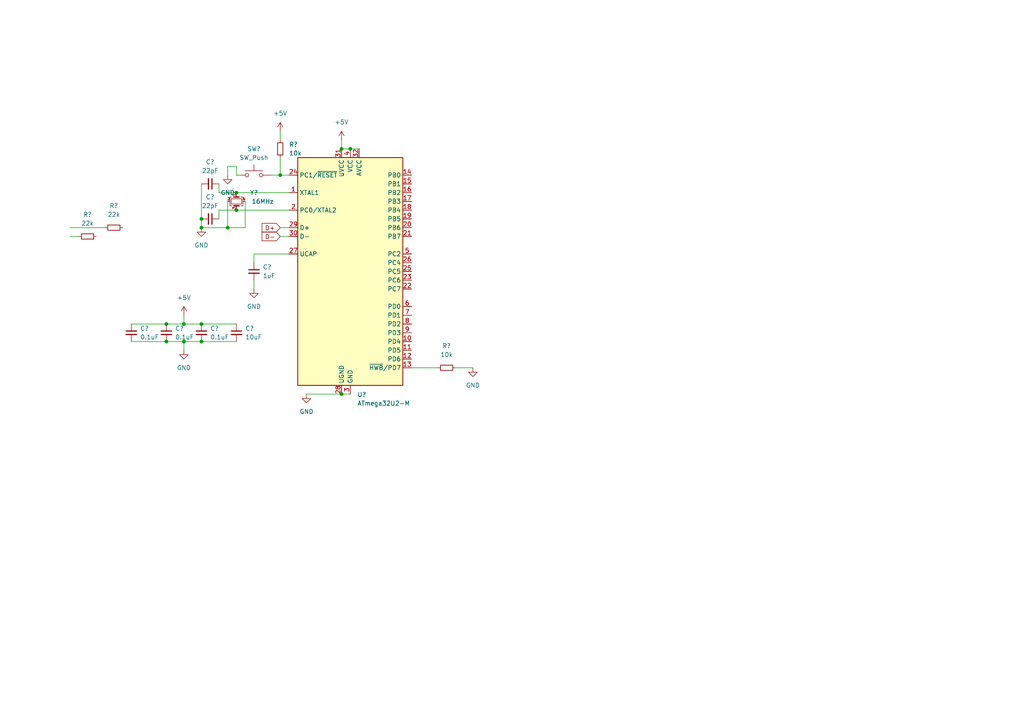
<source format=kicad_sch>
(kicad_sch (version 20211123) (generator eeschema)
  (paper "A4")
  (lib_symbols
    (symbol "Device:C_Small" (pin_numbers hide) (pin_names (offset 0.254) hide)
      (property "Reference" "C" (at 0.254 1.778 0))
      (property "Value" "C_Small" (at 0.254 -2.032 0))
      (symbol "C_Small_0_1"
        (polyline (pts (xy -1.524 -0.508) (xy 1.524 -0.508)) (stroke (width 0.3302)))
        (polyline (pts (xy -1.524 0.508) (xy 1.524 0.508)) (stroke (width 0.3048)))
      )
      (symbol "C_Small_1_1"
        (pin passive line (at 0 2.54 270) (length 2.032) (name "~") (number "1"))
        (pin passive line (at 0 -2.54 90) (length 2.032) (name "~") (number "2"))
      )
    )
    (symbol "Device:Crystal_GND24_Small" (pin_names (offset 1.016) hide)
      (property "Reference" "Y" (at 1.27 4.445 0))
      (property "Value" "Crystal_GND24_Small" (at 1.27 2.54 0))
      (symbol "Crystal_GND24_Small_0_1"
        (rectangle (start -0.762 -1.524) (end 0.762 1.524))
        (polyline (pts (xy -1.27 -0.762) (xy -1.27 0.762)) (stroke (width 0.381)))
        (polyline (pts (xy 1.27 -0.762) (xy 1.27 0.762)) (stroke (width 0.381)))
        (polyline (pts (xy -1.27 -1.27) (xy -1.27 -1.905) (xy 1.27 -1.905) (xy 1.27 -1.27)))
        (polyline (pts (xy -1.27 1.27) (xy -1.27 1.905) (xy 1.27 1.905) (xy 1.27 1.27)))
      )
      (symbol "Crystal_GND24_Small_1_1"
        (pin passive line (at -2.54 0 0) (length 1.27) (name "1") (number "1"))
        (pin passive line (at 0 -2.54 90) (length 0.635) (name "2") (number "2"))
        (pin passive line (at 2.54 0 180) (length 1.27) (name "3") (number "3"))
        (pin passive line (at 0 2.54 270) (length 0.635) (name "4") (number "4"))
      )
    )
    (symbol "Device:R_Small" (pin_numbers hide) (pin_names (offset 0.254) hide)
      (property "Reference" "R" (at 0.762 0.508 0))
      (property "Value" "R_Small" (at 0.762 -1.016 0))
      (symbol "R_Small_0_1"
        (rectangle (start -0.762 1.778) (end 0.762 -1.778) (stroke (width 0.2032)))
      )
      (symbol "R_Small_1_1"
        (pin passive line (at 0 2.54 270) (length 0.762) (name "~") (number "1"))
        (pin passive line (at 0 -2.54 90) (length 0.762) (name "~") (number "2"))
      )
    )
    (symbol "MCU_Microchip_ATmega:ATmega32U2-M"
      (property "Reference" "U" (at -15.24 34.29 0))
      (property "Value" "ATmega32U2-M" (at 2.54 -34.29 0))
      (symbol "ATmega32U2-M_0_1"
        (rectangle (start -15.24 -33.02) (end 15.24 33.02) (stroke (width 0.254)) (fill (type background)))
      )
      (symbol "ATmega32U2-M_1_1"
        (pin input line (at -17.78 22.86 0) (length 2.54) (name "XTAL1") (number "1"))
        (pin bidirectional line (at 17.78 -20.32 180) (length 2.54) (name "PD4") (number "10"))
        (pin bidirectional line (at 17.78 -22.86 180) (length 2.54) (name "PD5") (number "11"))
        (pin bidirectional line (at 17.78 -25.4 180) (length 2.54) (name "PD6") (number "12"))
        (pin bidirectional line (at 17.78 -27.94 180) (length 2.54) (name "~{HWB}/PD7") (number "13"))
        (pin bidirectional line (at 17.78 27.94 180) (length 2.54) (name "PB0") (number "14"))
        (pin bidirectional line (at 17.78 25.4 180) (length 2.54) (name "PB1") (number "15"))
        (pin bidirectional line (at 17.78 22.86 180) (length 2.54) (name "PB2") (number "16"))
        (pin bidirectional line (at 17.78 20.32 180) (length 2.54) (name "PB3") (number "17"))
        (pin bidirectional line (at 17.78 17.78 180) (length 2.54) (name "PB4") (number "18"))
        (pin bidirectional line (at 17.78 15.24 180) (length 2.54) (name "PB5") (number "19"))
        (pin bidirectional line (at -17.78 17.78 0) (length 2.54) (name "PC0/XTAL2") (number "2"))
        (pin bidirectional line (at 17.78 12.7 180) (length 2.54) (name "PB6") (number "20"))
        (pin bidirectional line (at 17.78 10.16 180) (length 2.54) (name "PB7") (number "21"))
        (pin bidirectional line (at 17.78 -5.08 180) (length 2.54) (name "PC7") (number "22"))
        (pin bidirectional line (at 17.78 -2.54 180) (length 2.54) (name "PC6") (number "23"))
        (pin bidirectional line (at -17.78 27.94 0) (length 2.54) (name "PC1/~{RESET}") (number "24"))
        (pin bidirectional line (at 17.78 0 180) (length 2.54) (name "PC5") (number "25"))
        (pin bidirectional line (at 17.78 2.54 180) (length 2.54) (name "PC4") (number "26"))
        (pin passive line (at -17.78 5.08 0) (length 2.54) (name "UCAP") (number "27"))
        (pin power_in line (at -2.54 -35.56 90) (length 2.54) (name "UGND") (number "28"))
        (pin bidirectional line (at -17.78 12.7 0) (length 2.54) (name "D+") (number "29"))
        (pin power_in line (at 0 -35.56 90) (length 2.54) (name "GND") (number "3"))
        (pin bidirectional line (at -17.78 10.16 0) (length 2.54) (name "D-") (number "30"))
        (pin power_in line (at -2.54 35.56 270) (length 2.54) (name "UVCC") (number "31"))
        (pin power_in line (at 2.54 35.56 270) (length 2.54) (name "AVCC") (number "32"))
        (pin passive line (at 0 -35.56 90) (length 2.54) hide (name "GND") (number "33"))
        (pin power_in line (at 0 35.56 270) (length 2.54) (name "VCC") (number "4"))
        (pin bidirectional line (at 17.78 5.08 180) (length 2.54) (name "PC2") (number "5"))
        (pin bidirectional line (at 17.78 -10.16 180) (length 2.54) (name "PD0") (number "6"))
        (pin bidirectional line (at 17.78 -12.7 180) (length 2.54) (name "PD1") (number "7"))
        (pin bidirectional line (at 17.78 -15.24 180) (length 2.54) (name "PD2") (number "8"))
        (pin bidirectional line (at 17.78 -17.78 180) (length 2.54) (name "PD3") (number "9"))
      )
    )
    (symbol "Switch:SW_Push" (pin_numbers hide) (pin_names (offset 1.016) hide)
      (property "Reference" "SW" (at 1.27 2.54 0))
      (property "Value" "SW_Push" (at 0 -1.524 0))
      (symbol "SW_Push_0_1"
        (circle (center -2.032 0) (radius 0.508))
        (polyline (pts (xy 0 1.27) (xy 0 3.048)))
        (polyline (pts (xy 2.54 1.27) (xy -2.54 1.27)))
        (circle (center 2.032 0) (radius 0.508))
        (pin passive line (at -5.08 0 0) (length 2.54) (name "1") (number "1"))
        (pin passive line (at 5.08 0 180) (length 2.54) (name "2") (number "2"))
      )
    )
    (symbol "power:+5V" (power) (pin_names (offset 0))
      (property "Value" "+5V" (at 0 3.556 0))
      (symbol "+5V_0_1"
        (polyline (pts (xy -0.762 1.27) (xy 0 2.54)))
        (polyline (pts (xy 0 0) (xy 0 2.54)))
        (polyline (pts (xy 0 2.54) (xy 0.762 1.27)))
      )
      (symbol "+5V_1_1"
        (pin power_in line (at 0 0 90) (length 0) hide (name "+5V") (number "1"))
      )
    )
    (symbol "power:GND" (power) (pin_names (offset 0))
      (property "Value" "GND" (at 0 -3.81 0))
      (symbol "GND_0_1"
        (polyline (pts (xy 0 0) (xy 0 -1.27) (xy 1.27 -1.27) (xy 0 -2.54) (xy -1.27 -1.27) (xy 0 -1.27)))
      )
      (symbol "GND_1_1"
        (pin power_in line (at 0 0 270) (length 0) hide (name "GND") (number "1"))
      )
    )
  )
  (junction (at 53.34 93.98))
  (junction (at 81.28 50.8))
  (junction (at 101.6 43.18))
  (junction (at 48.26 93.98))
  (junction (at 99.06 114.3))
  (junction (at 58.42 66.04))
  (junction (at 48.26 99.06))
  (junction (at 58.42 63.5))
  (junction (at 58.42 93.98))
  (junction (at 68.58 55.88))
  (junction (at 99.06 43.18))
  (junction (at 68.58 60.96))
  (junction (at 66.04 66.04))
  (junction (at 58.42 99.06))
  (junction (at 53.34 99.06))
  (wire (pts (xy 119.38 106.68) (xy 127 106.68)))
  (wire (pts (xy 68.58 60.96) (xy 83.82 60.96)))
  (wire (pts (xy 66.04 48.26) (xy 66.04 50.8)))
  (wire (pts (xy 53.34 91.44) (xy 53.34 93.98)))
  (wire (pts (xy 53.34 99.06) (xy 58.42 99.06)))
  (wire (pts (xy 73.66 83.82) (xy 73.66 81.28)))
  (wire (pts (xy 101.6 43.18) (xy 104.14 43.18)))
  (wire (pts (xy 66.04 58.42) (xy 66.04 66.04)))
  (wire (pts (xy 73.66 73.66) (xy 83.82 73.66)))
  (wire (pts (xy 63.5 63.5) (xy 63.5 60.96)))
  (wire (pts (xy 99.06 43.18) (xy 101.6 43.18)))
  (wire (pts (xy 68.58 55.88) (xy 83.82 55.88)))
  (wire (pts (xy 78.74 50.8) (xy 81.28 50.8)))
  (wire (pts (xy 53.34 99.06) (xy 53.34 101.6)))
  (wire (pts (xy 58.42 53.34) (xy 58.42 63.5)))
  (wire (pts (xy 71.12 58.42) (xy 71.12 66.04)))
  (wire (pts (xy 81.28 45.72) (xy 81.28 50.8)))
  (wire (pts (xy 81.28 66.04) (xy 83.82 66.04)))
  (wire (pts (xy 73.66 73.66) (xy 73.66 76.2)))
  (wire (pts (xy 81.28 38.1) (xy 81.28 40.64)))
  (wire (pts (xy 53.34 93.98) (xy 58.42 93.98)))
  (wire (pts (xy 81.28 50.8) (xy 83.82 50.8)))
  (wire (pts (xy 48.26 99.06) (xy 53.34 99.06)))
  (wire (pts (xy 68.58 48.26) (xy 66.04 48.26)))
  (wire (pts (xy 38.1 99.06) (xy 48.26 99.06)))
  (wire (pts (xy 132.08 106.68) (xy 137.16 106.68)))
  (wire (pts (xy 99.06 114.3) (xy 101.6 114.3)))
  (wire (pts (xy 63.5 53.34) (xy 63.5 55.88)))
  (wire (pts (xy 66.04 66.04) (xy 58.42 66.04)))
  (wire (pts (xy 63.5 60.96) (xy 68.58 60.96)))
  (wire (pts (xy 63.5 55.88) (xy 68.58 55.88)))
  (wire (pts (xy 71.12 66.04) (xy 66.04 66.04)))
  (wire (pts (xy 38.1 93.98) (xy 48.26 93.98)))
  (wire (pts (xy 81.28 68.58) (xy 83.82 68.58)))
  (wire (pts (xy 58.42 93.98) (xy 68.58 93.98)))
  (wire (pts (xy 20.32 68.58) (xy 22.86 68.58)))
  (wire (pts (xy 58.42 63.5) (xy 58.42 66.04)))
  (wire (pts (xy 20.32 66.04) (xy 30.48 66.04)))
  (wire (pts (xy 99.06 114.3) (xy 88.9 114.3)))
  (wire (pts (xy 48.26 93.98) (xy 53.34 93.98)))
  (wire (pts (xy 99.06 40.64) (xy 99.06 43.18)))
  (wire (pts (xy 58.42 99.06) (xy 68.58 99.06)))
  (wire (pts (xy 68.58 50.8) (xy 68.58 48.26)))
  (global_label "D-" (shape input) (at 81.28 68.58 180) (property "Intersheet References" "${INTERSHEET_REFS}" (effects hide)))
  (global_label "D+" (shape input) (at 81.28 66.04 180) (property "Intersheet References" "${INTERSHEET_REFS}" (effects hide)))
  (symbol (lib_id "power:GND") (at 58.42 66.04 0) (unit 1)
    (property "Reference" "#PWR?" (effects hide))
    (property "Value" "GND" (at 58.42 71.12 0))
  )
  (symbol (lib_id "Switch:SW_Push") (at 73.66 50.8 0) (unit 1)
    (property "Reference" "SW?" (at 73.66 43.18 0))
    (property "Value" "SW_Push" (at 73.66 45.72 0))
  )
  (symbol (lib_id "power:+5V") (at 53.34 91.44 0) (unit 1)
    (property "Reference" "#PWR?" (effects hide))
    (property "Value" "+5V" (at 53.34 86.36 0))
  )
  (symbol (lib_id "power:GND") (at 73.66 83.82 0) (unit 1)
    (property "Reference" "#PWR?" (effects hide))
    (property "Value" "GND" (at 73.66 88.9 0))
  )
  (symbol (lib_id "Device:C_Small") (at 73.66 78.74 0) (unit 1)
    (property "Reference" "C?" (at 76.2 77.4762 0) (effects (justify left)))
    (property "Value" "1uF" (at 76.2 80.0162 0) (effects (justify left)))
  )
  (symbol (lib_id "Device:C_Small") (at 60.96 53.34 270) (unit 1)
    (property "Reference" "C?" (at 60.9536 46.99 90))
    (property "Value" "22pF" (at 60.9536 49.53 90))
  )
  (symbol (lib_id "power:GND") (at 53.34 101.6 0) (unit 1)
    (property "Reference" "#PWR?" (effects hide))
    (property "Value" "GND" (at 53.34 106.68 0))
  )
  (symbol (lib_id "Device:C_Small") (at 58.42 96.52 0) (unit 1)
    (property "Reference" "C?" (at 60.96 95.2562 0) (effects (justify left)))
    (property "Value" "0.1uF" (at 60.96 97.7962 0) (effects (justify left)))
  )
  (symbol (lib_id "Device:R_Small") (at 81.28 43.18 180) (unit 1)
    (property "Reference" "R?" (at 83.82 41.9099 0) (effects (justify right)))
    (property "Value" "10k" (at 83.82 44.4499 0) (effects (justify right)))
  )
  (symbol (lib_id "Device:R_Small") (at 129.54 106.68 90) (unit 1)
    (property "Reference" "R?" (at 129.54 100.33 90))
    (property "Value" "10k" (at 129.54 102.87 90))
  )
  (symbol (lib_id "Device:C_Small") (at 68.58 96.52 0) (unit 1)
    (property "Reference" "C?" (at 71.12 95.2562 0) (effects (justify left)))
    (property "Value" "10uF" (at 71.12 97.7962 0) (effects (justify left)))
  )
  (symbol (lib_id "Device:R_Small") (at 33.02 66.04 90) (unit 1)
    (property "Reference" "R?" (at 33.02 59.69 90))
    (property "Value" "22k" (at 33.02 62.23 90))
  )
  (symbol (lib_id "Device:C_Small") (at 60.96 63.5 270) (unit 1)
    (property "Reference" "C?" (at 60.9536 57.15 90))
    (property "Value" "22pF" (at 60.9536 59.69 90))
  )
  (symbol (lib_id "power:GND") (at 137.16 106.68 0) (unit 1)
    (property "Reference" "#PWR?" (effects hide))
    (property "Value" "GND" (at 137.16 111.76 0))
  )
  (symbol (lib_id "power:GND") (at 66.04 50.8 0) (unit 1)
    (property "Reference" "#PWR?" (effects hide))
    (property "Value" "GND" (at 66.04 55.88 0))
  )
  (symbol (lib_id "Device:R_Small") (at 25.4 68.58 90) (unit 1)
    (property "Reference" "R?" (at 25.4 62.23 90))
    (property "Value" "22k" (at 25.4 64.77 90))
  )
  (symbol (lib_id "Device:C_Small") (at 38.1 96.52 0) (unit 1)
    (property "Reference" "C?" (at 40.64 95.2562 0) (effects (justify left)))
    (property "Value" "0.1uF" (at 40.64 97.7962 0) (effects (justify left)))
  )
  (symbol (lib_id "power:GND") (at 88.9 114.3 0) (unit 1)
    (property "Reference" "#PWR?" (effects hide))
    (property "Value" "GND" (at 88.9 119.38 0))
  )
  (symbol (lib_id "Device:C_Small") (at 48.26 96.52 0) (unit 1)
    (property "Reference" "C?" (at 50.8 95.2562 0) (effects (justify left)))
    (property "Value" "0.1uF" (at 50.8 97.7962 0) (effects (justify left)))
  )
  (symbol (lib_id "power:+5V") (at 81.28 38.1 0) (unit 1)
    (property "Reference" "#PWR?" (effects hide))
    (property "Value" "+5V" (at 81.28 32.8609 0))
  )
  (symbol (lib_id "MCU_Microchip_ATmega:ATmega32U2-M") (at 101.6 78.74 0) (unit 1)
    (property "Reference" "U?" (at 103.6194 114.4575 0) (effects (justify left)))
    (property "Value" "ATmega32U2-M" (at 103.6194 116.9975 0) (effects (justify left)))
    (property "Footprint" "Package_DFN_QFN:QFN-32-1EP_5x5mm_P0.5mm_EP3.1x3.1mm" (effects hide))
    (property "Datasheet" "http://ww1.microchip.com/downloads/en/DeviceDoc/doc7799.pdf" (effects hide))
  )
  (symbol (lib_id "Device:Crystal_GND24_Small") (at 68.58 58.42 270) (unit 1)
    (property "Reference" "Y?" (at 73.66 55.88 90))
    (property "Value" "16MHz" (at 76.2 58.42 90))
  )
  (symbol (lib_id "power:+5V") (at 99.06 40.64 0) (unit 1)
    (property "Reference" "#PWR?" (effects hide))
    (property "Value" "+5V" (at 99.06 35.4009 0))
  )
)
</source>
